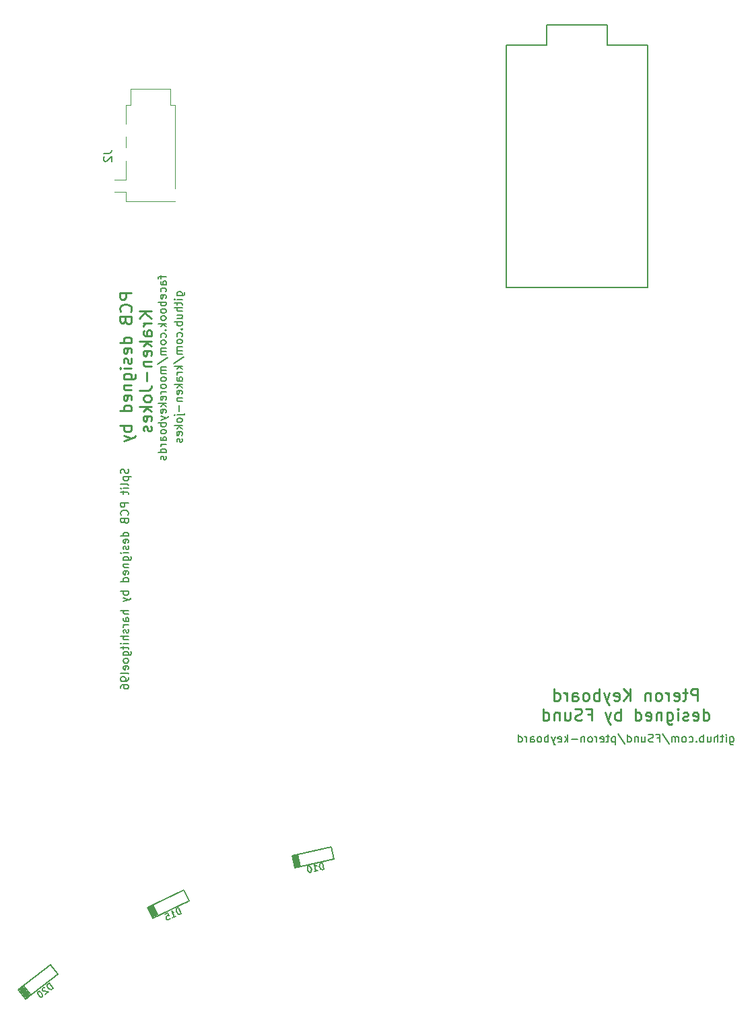
<source format=gbr>
%TF.GenerationSoftware,KiCad,Pcbnew,(5.1.7)-1*%
%TF.CreationDate,2021-04-13T00:10:30+05:30*%
%TF.ProjectId,Pteron56v0,50746572-6f6e-4353-9676-302e6b696361,rev?*%
%TF.SameCoordinates,Original*%
%TF.FileFunction,Legend,Bot*%
%TF.FilePolarity,Positive*%
%FSLAX46Y46*%
G04 Gerber Fmt 4.6, Leading zero omitted, Abs format (unit mm)*
G04 Created by KiCad (PCBNEW (5.1.7)-1) date 2021-04-13 00:10:30*
%MOMM*%
%LPD*%
G01*
G04 APERTURE LIST*
%ADD10C,0.250000*%
%ADD11C,0.150000*%
%ADD12C,0.120000*%
G04 APERTURE END LIST*
D10*
X103568571Y-48471571D02*
X102068571Y-48471571D01*
X102068571Y-49043000D01*
X102140000Y-49185857D01*
X102211428Y-49257285D01*
X102354285Y-49328714D01*
X102568571Y-49328714D01*
X102711428Y-49257285D01*
X102782857Y-49185857D01*
X102854285Y-49043000D01*
X102854285Y-48471571D01*
X103425714Y-50828714D02*
X103497142Y-50757285D01*
X103568571Y-50543000D01*
X103568571Y-50400142D01*
X103497142Y-50185857D01*
X103354285Y-50043000D01*
X103211428Y-49971571D01*
X102925714Y-49900142D01*
X102711428Y-49900142D01*
X102425714Y-49971571D01*
X102282857Y-50043000D01*
X102140000Y-50185857D01*
X102068571Y-50400142D01*
X102068571Y-50543000D01*
X102140000Y-50757285D01*
X102211428Y-50828714D01*
X102782857Y-51971571D02*
X102854285Y-52185857D01*
X102925714Y-52257285D01*
X103068571Y-52328714D01*
X103282857Y-52328714D01*
X103425714Y-52257285D01*
X103497142Y-52185857D01*
X103568571Y-52043000D01*
X103568571Y-51471571D01*
X102068571Y-51471571D01*
X102068571Y-51971571D01*
X102140000Y-52114428D01*
X102211428Y-52185857D01*
X102354285Y-52257285D01*
X102497142Y-52257285D01*
X102640000Y-52185857D01*
X102711428Y-52114428D01*
X102782857Y-51971571D01*
X102782857Y-51471571D01*
X103568571Y-54757285D02*
X102068571Y-54757285D01*
X103497142Y-54757285D02*
X103568571Y-54614428D01*
X103568571Y-54328714D01*
X103497142Y-54185857D01*
X103425714Y-54114428D01*
X103282857Y-54043000D01*
X102854285Y-54043000D01*
X102711428Y-54114428D01*
X102640000Y-54185857D01*
X102568571Y-54328714D01*
X102568571Y-54614428D01*
X102640000Y-54757285D01*
X103497142Y-56043000D02*
X103568571Y-55900142D01*
X103568571Y-55614428D01*
X103497142Y-55471571D01*
X103354285Y-55400142D01*
X102782857Y-55400142D01*
X102640000Y-55471571D01*
X102568571Y-55614428D01*
X102568571Y-55900142D01*
X102640000Y-56043000D01*
X102782857Y-56114428D01*
X102925714Y-56114428D01*
X103068571Y-55400142D01*
X103497142Y-56685857D02*
X103568571Y-56828714D01*
X103568571Y-57114428D01*
X103497142Y-57257285D01*
X103354285Y-57328714D01*
X103282857Y-57328714D01*
X103140000Y-57257285D01*
X103068571Y-57114428D01*
X103068571Y-56900142D01*
X102997142Y-56757285D01*
X102854285Y-56685857D01*
X102782857Y-56685857D01*
X102640000Y-56757285D01*
X102568571Y-56900142D01*
X102568571Y-57114428D01*
X102640000Y-57257285D01*
X103568571Y-57971571D02*
X102568571Y-57971571D01*
X102068571Y-57971571D02*
X102140000Y-57900142D01*
X102211428Y-57971571D01*
X102140000Y-58043000D01*
X102068571Y-57971571D01*
X102211428Y-57971571D01*
X102568571Y-59328714D02*
X103782857Y-59328714D01*
X103925714Y-59257285D01*
X103997142Y-59185857D01*
X104068571Y-59043000D01*
X104068571Y-58828714D01*
X103997142Y-58685857D01*
X103497142Y-59328714D02*
X103568571Y-59185857D01*
X103568571Y-58900142D01*
X103497142Y-58757285D01*
X103425714Y-58685857D01*
X103282857Y-58614428D01*
X102854285Y-58614428D01*
X102711428Y-58685857D01*
X102640000Y-58757285D01*
X102568571Y-58900142D01*
X102568571Y-59185857D01*
X102640000Y-59328714D01*
X102568571Y-60043000D02*
X103568571Y-60043000D01*
X102711428Y-60043000D02*
X102640000Y-60114428D01*
X102568571Y-60257285D01*
X102568571Y-60471571D01*
X102640000Y-60614428D01*
X102782857Y-60685857D01*
X103568571Y-60685857D01*
X103497142Y-61971571D02*
X103568571Y-61828714D01*
X103568571Y-61543000D01*
X103497142Y-61400142D01*
X103354285Y-61328714D01*
X102782857Y-61328714D01*
X102640000Y-61400142D01*
X102568571Y-61543000D01*
X102568571Y-61828714D01*
X102640000Y-61971571D01*
X102782857Y-62043000D01*
X102925714Y-62043000D01*
X103068571Y-61328714D01*
X103568571Y-63328714D02*
X102068571Y-63328714D01*
X103497142Y-63328714D02*
X103568571Y-63185857D01*
X103568571Y-62900142D01*
X103497142Y-62757285D01*
X103425714Y-62685857D01*
X103282857Y-62614428D01*
X102854285Y-62614428D01*
X102711428Y-62685857D01*
X102640000Y-62757285D01*
X102568571Y-62900142D01*
X102568571Y-63185857D01*
X102640000Y-63328714D01*
X103568571Y-65185857D02*
X102068571Y-65185857D01*
X102640000Y-65185857D02*
X102568571Y-65328714D01*
X102568571Y-65614428D01*
X102640000Y-65757285D01*
X102711428Y-65828714D01*
X102854285Y-65900142D01*
X103282857Y-65900142D01*
X103425714Y-65828714D01*
X103497142Y-65757285D01*
X103568571Y-65614428D01*
X103568571Y-65328714D01*
X103497142Y-65185857D01*
X102568571Y-66400142D02*
X103568571Y-66757285D01*
X102568571Y-67114428D02*
X103568571Y-66757285D01*
X103925714Y-66614428D01*
X103997142Y-66543000D01*
X104068571Y-66400142D01*
X106068571Y-50793000D02*
X104568571Y-50793000D01*
X106068571Y-51650142D02*
X105211428Y-51007285D01*
X104568571Y-51650142D02*
X105425714Y-50793000D01*
X106068571Y-52293000D02*
X105068571Y-52293000D01*
X105354285Y-52293000D02*
X105211428Y-52364428D01*
X105140000Y-52435857D01*
X105068571Y-52578714D01*
X105068571Y-52721571D01*
X106068571Y-53864428D02*
X105282857Y-53864428D01*
X105140000Y-53793000D01*
X105068571Y-53650142D01*
X105068571Y-53364428D01*
X105140000Y-53221571D01*
X105997142Y-53864428D02*
X106068571Y-53721571D01*
X106068571Y-53364428D01*
X105997142Y-53221571D01*
X105854285Y-53150142D01*
X105711428Y-53150142D01*
X105568571Y-53221571D01*
X105497142Y-53364428D01*
X105497142Y-53721571D01*
X105425714Y-53864428D01*
X106068571Y-54578714D02*
X104568571Y-54578714D01*
X105497142Y-54721571D02*
X106068571Y-55150142D01*
X105068571Y-55150142D02*
X105640000Y-54578714D01*
X105997142Y-56364428D02*
X106068571Y-56221571D01*
X106068571Y-55935857D01*
X105997142Y-55793000D01*
X105854285Y-55721571D01*
X105282857Y-55721571D01*
X105140000Y-55793000D01*
X105068571Y-55935857D01*
X105068571Y-56221571D01*
X105140000Y-56364428D01*
X105282857Y-56435857D01*
X105425714Y-56435857D01*
X105568571Y-55721571D01*
X105068571Y-57078714D02*
X106068571Y-57078714D01*
X105211428Y-57078714D02*
X105140000Y-57150142D01*
X105068571Y-57293000D01*
X105068571Y-57507285D01*
X105140000Y-57650142D01*
X105282857Y-57721571D01*
X106068571Y-57721571D01*
X105497142Y-58435857D02*
X105497142Y-59578714D01*
X104568571Y-60721571D02*
X105640000Y-60721571D01*
X105854285Y-60650142D01*
X105997142Y-60507285D01*
X106068571Y-60293000D01*
X106068571Y-60150142D01*
X106068571Y-61650142D02*
X105997142Y-61507285D01*
X105925714Y-61435857D01*
X105782857Y-61364428D01*
X105354285Y-61364428D01*
X105211428Y-61435857D01*
X105140000Y-61507285D01*
X105068571Y-61650142D01*
X105068571Y-61864428D01*
X105140000Y-62007285D01*
X105211428Y-62078714D01*
X105354285Y-62150142D01*
X105782857Y-62150142D01*
X105925714Y-62078714D01*
X105997142Y-62007285D01*
X106068571Y-61864428D01*
X106068571Y-61650142D01*
X106068571Y-62793000D02*
X104568571Y-62793000D01*
X105497142Y-62935857D02*
X106068571Y-63364428D01*
X105068571Y-63364428D02*
X105640000Y-62793000D01*
X105997142Y-64578714D02*
X106068571Y-64435857D01*
X106068571Y-64150142D01*
X105997142Y-64007285D01*
X105854285Y-63935857D01*
X105282857Y-63935857D01*
X105140000Y-64007285D01*
X105068571Y-64150142D01*
X105068571Y-64435857D01*
X105140000Y-64578714D01*
X105282857Y-64650142D01*
X105425714Y-64650142D01*
X105568571Y-63935857D01*
X105997142Y-65221571D02*
X106068571Y-65364428D01*
X106068571Y-65650142D01*
X105997142Y-65793000D01*
X105854285Y-65864428D01*
X105782857Y-65864428D01*
X105640000Y-65793000D01*
X105568571Y-65650142D01*
X105568571Y-65435857D01*
X105497142Y-65293000D01*
X105354285Y-65221571D01*
X105282857Y-65221571D01*
X105140000Y-65293000D01*
X105068571Y-65435857D01*
X105068571Y-65650142D01*
X105140000Y-65793000D01*
D11*
X103147761Y-70621666D02*
X103195380Y-70764523D01*
X103195380Y-71002619D01*
X103147761Y-71097857D01*
X103100142Y-71145476D01*
X103004904Y-71193095D01*
X102909666Y-71193095D01*
X102814428Y-71145476D01*
X102766809Y-71097857D01*
X102719190Y-71002619D01*
X102671571Y-70812142D01*
X102623952Y-70716904D01*
X102576333Y-70669285D01*
X102481095Y-70621666D01*
X102385857Y-70621666D01*
X102290619Y-70669285D01*
X102243000Y-70716904D01*
X102195380Y-70812142D01*
X102195380Y-71050238D01*
X102243000Y-71193095D01*
X102528714Y-71621666D02*
X103528714Y-71621666D01*
X102576333Y-71621666D02*
X102528714Y-71716904D01*
X102528714Y-71907380D01*
X102576333Y-72002619D01*
X102623952Y-72050238D01*
X102719190Y-72097857D01*
X103004904Y-72097857D01*
X103100142Y-72050238D01*
X103147761Y-72002619D01*
X103195380Y-71907380D01*
X103195380Y-71716904D01*
X103147761Y-71621666D01*
X103195380Y-72669285D02*
X103147761Y-72574047D01*
X103052523Y-72526428D01*
X102195380Y-72526428D01*
X103195380Y-73050238D02*
X102528714Y-73050238D01*
X102195380Y-73050238D02*
X102243000Y-73002619D01*
X102290619Y-73050238D01*
X102243000Y-73097857D01*
X102195380Y-73050238D01*
X102290619Y-73050238D01*
X102528714Y-73383571D02*
X102528714Y-73764523D01*
X102195380Y-73526428D02*
X103052523Y-73526428D01*
X103147761Y-73574047D01*
X103195380Y-73669285D01*
X103195380Y-73764523D01*
X103195380Y-74859761D02*
X102195380Y-74859761D01*
X102195380Y-75240714D01*
X102243000Y-75335952D01*
X102290619Y-75383571D01*
X102385857Y-75431190D01*
X102528714Y-75431190D01*
X102623952Y-75383571D01*
X102671571Y-75335952D01*
X102719190Y-75240714D01*
X102719190Y-74859761D01*
X103100142Y-76431190D02*
X103147761Y-76383571D01*
X103195380Y-76240714D01*
X103195380Y-76145476D01*
X103147761Y-76002619D01*
X103052523Y-75907380D01*
X102957285Y-75859761D01*
X102766809Y-75812142D01*
X102623952Y-75812142D01*
X102433476Y-75859761D01*
X102338238Y-75907380D01*
X102243000Y-76002619D01*
X102195380Y-76145476D01*
X102195380Y-76240714D01*
X102243000Y-76383571D01*
X102290619Y-76431190D01*
X102671571Y-77193095D02*
X102719190Y-77335952D01*
X102766809Y-77383571D01*
X102862047Y-77431190D01*
X103004904Y-77431190D01*
X103100142Y-77383571D01*
X103147761Y-77335952D01*
X103195380Y-77240714D01*
X103195380Y-76859761D01*
X102195380Y-76859761D01*
X102195380Y-77193095D01*
X102243000Y-77288333D01*
X102290619Y-77335952D01*
X102385857Y-77383571D01*
X102481095Y-77383571D01*
X102576333Y-77335952D01*
X102623952Y-77288333D01*
X102671571Y-77193095D01*
X102671571Y-76859761D01*
X103195380Y-79050238D02*
X102195380Y-79050238D01*
X103147761Y-79050238D02*
X103195380Y-78954999D01*
X103195380Y-78764523D01*
X103147761Y-78669285D01*
X103100142Y-78621666D01*
X103004904Y-78574047D01*
X102719190Y-78574047D01*
X102623952Y-78621666D01*
X102576333Y-78669285D01*
X102528714Y-78764523D01*
X102528714Y-78954999D01*
X102576333Y-79050238D01*
X103147761Y-79907380D02*
X103195380Y-79812142D01*
X103195380Y-79621666D01*
X103147761Y-79526428D01*
X103052523Y-79478809D01*
X102671571Y-79478809D01*
X102576333Y-79526428D01*
X102528714Y-79621666D01*
X102528714Y-79812142D01*
X102576333Y-79907380D01*
X102671571Y-79954999D01*
X102766809Y-79954999D01*
X102862047Y-79478809D01*
X103147761Y-80335952D02*
X103195380Y-80431190D01*
X103195380Y-80621666D01*
X103147761Y-80716904D01*
X103052523Y-80764523D01*
X103004904Y-80764523D01*
X102909666Y-80716904D01*
X102862047Y-80621666D01*
X102862047Y-80478809D01*
X102814428Y-80383571D01*
X102719190Y-80335952D01*
X102671571Y-80335952D01*
X102576333Y-80383571D01*
X102528714Y-80478809D01*
X102528714Y-80621666D01*
X102576333Y-80716904D01*
X103195380Y-81193095D02*
X102528714Y-81193095D01*
X102195380Y-81193095D02*
X102243000Y-81145476D01*
X102290619Y-81193095D01*
X102243000Y-81240714D01*
X102195380Y-81193095D01*
X102290619Y-81193095D01*
X102528714Y-82097857D02*
X103338238Y-82097857D01*
X103433476Y-82050238D01*
X103481095Y-82002619D01*
X103528714Y-81907380D01*
X103528714Y-81764523D01*
X103481095Y-81669285D01*
X103147761Y-82097857D02*
X103195380Y-82002619D01*
X103195380Y-81812142D01*
X103147761Y-81716904D01*
X103100142Y-81669285D01*
X103004904Y-81621666D01*
X102719190Y-81621666D01*
X102623952Y-81669285D01*
X102576333Y-81716904D01*
X102528714Y-81812142D01*
X102528714Y-82002619D01*
X102576333Y-82097857D01*
X102528714Y-82574047D02*
X103195380Y-82574047D01*
X102623952Y-82574047D02*
X102576333Y-82621666D01*
X102528714Y-82716904D01*
X102528714Y-82859761D01*
X102576333Y-82954999D01*
X102671571Y-83002619D01*
X103195380Y-83002619D01*
X103147761Y-83859761D02*
X103195380Y-83764523D01*
X103195380Y-83574047D01*
X103147761Y-83478809D01*
X103052523Y-83431190D01*
X102671571Y-83431190D01*
X102576333Y-83478809D01*
X102528714Y-83574047D01*
X102528714Y-83764523D01*
X102576333Y-83859761D01*
X102671571Y-83907380D01*
X102766809Y-83907380D01*
X102862047Y-83431190D01*
X103195380Y-84764523D02*
X102195380Y-84764523D01*
X103147761Y-84764523D02*
X103195380Y-84669285D01*
X103195380Y-84478809D01*
X103147761Y-84383571D01*
X103100142Y-84335952D01*
X103004904Y-84288333D01*
X102719190Y-84288333D01*
X102623952Y-84335952D01*
X102576333Y-84383571D01*
X102528714Y-84478809D01*
X102528714Y-84669285D01*
X102576333Y-84764523D01*
X103195380Y-86002619D02*
X102195380Y-86002619D01*
X102576333Y-86002619D02*
X102528714Y-86097857D01*
X102528714Y-86288333D01*
X102576333Y-86383571D01*
X102623952Y-86431190D01*
X102719190Y-86478809D01*
X103004904Y-86478809D01*
X103100142Y-86431190D01*
X103147761Y-86383571D01*
X103195380Y-86288333D01*
X103195380Y-86097857D01*
X103147761Y-86002619D01*
X102528714Y-86812142D02*
X103195380Y-87050238D01*
X102528714Y-87288333D02*
X103195380Y-87050238D01*
X103433476Y-86954999D01*
X103481095Y-86907380D01*
X103528714Y-86812142D01*
X103195380Y-88431190D02*
X102195380Y-88431190D01*
X103195380Y-88859761D02*
X102671571Y-88859761D01*
X102576333Y-88812142D01*
X102528714Y-88716904D01*
X102528714Y-88574047D01*
X102576333Y-88478809D01*
X102623952Y-88431190D01*
X103195380Y-89764523D02*
X102671571Y-89764523D01*
X102576333Y-89716904D01*
X102528714Y-89621666D01*
X102528714Y-89431190D01*
X102576333Y-89335952D01*
X103147761Y-89764523D02*
X103195380Y-89669285D01*
X103195380Y-89431190D01*
X103147761Y-89335952D01*
X103052523Y-89288333D01*
X102957285Y-89288333D01*
X102862047Y-89335952D01*
X102814428Y-89431190D01*
X102814428Y-89669285D01*
X102766809Y-89764523D01*
X103195380Y-90240714D02*
X102528714Y-90240714D01*
X102719190Y-90240714D02*
X102623952Y-90288333D01*
X102576333Y-90335952D01*
X102528714Y-90431190D01*
X102528714Y-90526428D01*
X103147761Y-90812142D02*
X103195380Y-90907380D01*
X103195380Y-91097857D01*
X103147761Y-91193095D01*
X103052523Y-91240714D01*
X103004904Y-91240714D01*
X102909666Y-91193095D01*
X102862047Y-91097857D01*
X102862047Y-90954999D01*
X102814428Y-90859761D01*
X102719190Y-90812142D01*
X102671571Y-90812142D01*
X102576333Y-90859761D01*
X102528714Y-90954999D01*
X102528714Y-91097857D01*
X102576333Y-91193095D01*
X103195380Y-91669285D02*
X102195380Y-91669285D01*
X103195380Y-92097857D02*
X102671571Y-92097857D01*
X102576333Y-92050238D01*
X102528714Y-91954999D01*
X102528714Y-91812142D01*
X102576333Y-91716904D01*
X102623952Y-91669285D01*
X103195380Y-92574047D02*
X102528714Y-92574047D01*
X102195380Y-92574047D02*
X102243000Y-92526428D01*
X102290619Y-92574047D01*
X102243000Y-92621666D01*
X102195380Y-92574047D01*
X102290619Y-92574047D01*
X102528714Y-92907380D02*
X102528714Y-93288333D01*
X102195380Y-93050238D02*
X103052523Y-93050238D01*
X103147761Y-93097857D01*
X103195380Y-93193095D01*
X103195380Y-93288333D01*
X102528714Y-94050238D02*
X103338238Y-94050238D01*
X103433476Y-94002619D01*
X103481095Y-93954999D01*
X103528714Y-93859761D01*
X103528714Y-93716904D01*
X103481095Y-93621666D01*
X103147761Y-94050238D02*
X103195380Y-93954999D01*
X103195380Y-93764523D01*
X103147761Y-93669285D01*
X103100142Y-93621666D01*
X103004904Y-93574047D01*
X102719190Y-93574047D01*
X102623952Y-93621666D01*
X102576333Y-93669285D01*
X102528714Y-93764523D01*
X102528714Y-93954999D01*
X102576333Y-94050238D01*
X103195380Y-94669285D02*
X103147761Y-94574047D01*
X103100142Y-94526428D01*
X103004904Y-94478809D01*
X102719190Y-94478809D01*
X102623952Y-94526428D01*
X102576333Y-94574047D01*
X102528714Y-94669285D01*
X102528714Y-94812142D01*
X102576333Y-94907380D01*
X102623952Y-94954999D01*
X102719190Y-95002619D01*
X103004904Y-95002619D01*
X103100142Y-94954999D01*
X103147761Y-94907380D01*
X103195380Y-94812142D01*
X103195380Y-94669285D01*
X103147761Y-95812142D02*
X103195380Y-95716904D01*
X103195380Y-95526428D01*
X103147761Y-95431190D01*
X103052523Y-95383571D01*
X102671571Y-95383571D01*
X102576333Y-95431190D01*
X102528714Y-95526428D01*
X102528714Y-95716904D01*
X102576333Y-95812142D01*
X102671571Y-95859761D01*
X102766809Y-95859761D01*
X102862047Y-95383571D01*
X103195380Y-96431190D02*
X103147761Y-96335952D01*
X103052523Y-96288333D01*
X102195380Y-96288333D01*
X103195380Y-96859761D02*
X103195380Y-97050238D01*
X103147761Y-97145476D01*
X103100142Y-97193095D01*
X102957285Y-97288333D01*
X102766809Y-97335952D01*
X102385857Y-97335952D01*
X102290619Y-97288333D01*
X102243000Y-97240714D01*
X102195380Y-97145476D01*
X102195380Y-96954999D01*
X102243000Y-96859761D01*
X102290619Y-96812142D01*
X102385857Y-96764523D01*
X102623952Y-96764523D01*
X102719190Y-96812142D01*
X102766809Y-96859761D01*
X102814428Y-96954999D01*
X102814428Y-97145476D01*
X102766809Y-97240714D01*
X102719190Y-97288333D01*
X102623952Y-97335952D01*
X102195380Y-98193095D02*
X102195380Y-98002619D01*
X102243000Y-97907380D01*
X102290619Y-97859761D01*
X102433476Y-97764523D01*
X102623952Y-97716904D01*
X103004904Y-97716904D01*
X103100142Y-97764523D01*
X103147761Y-97812142D01*
X103195380Y-97907380D01*
X103195380Y-98097857D01*
X103147761Y-98193095D01*
X103100142Y-98240714D01*
X103004904Y-98288333D01*
X102766809Y-98288333D01*
X102671571Y-98240714D01*
X102623952Y-98193095D01*
X102576333Y-98097857D01*
X102576333Y-97907380D01*
X102623952Y-97812142D01*
X102671571Y-97764523D01*
X102766809Y-97716904D01*
D10*
X174735000Y-99758571D02*
X174735000Y-98258571D01*
X174163571Y-98258571D01*
X174020714Y-98330000D01*
X173949285Y-98401428D01*
X173877857Y-98544285D01*
X173877857Y-98758571D01*
X173949285Y-98901428D01*
X174020714Y-98972857D01*
X174163571Y-99044285D01*
X174735000Y-99044285D01*
X173449285Y-98758571D02*
X172877857Y-98758571D01*
X173235000Y-98258571D02*
X173235000Y-99544285D01*
X173163571Y-99687142D01*
X173020714Y-99758571D01*
X172877857Y-99758571D01*
X171806428Y-99687142D02*
X171949285Y-99758571D01*
X172235000Y-99758571D01*
X172377857Y-99687142D01*
X172449285Y-99544285D01*
X172449285Y-98972857D01*
X172377857Y-98830000D01*
X172235000Y-98758571D01*
X171949285Y-98758571D01*
X171806428Y-98830000D01*
X171735000Y-98972857D01*
X171735000Y-99115714D01*
X172449285Y-99258571D01*
X171092142Y-99758571D02*
X171092142Y-98758571D01*
X171092142Y-99044285D02*
X171020714Y-98901428D01*
X170949285Y-98830000D01*
X170806428Y-98758571D01*
X170663571Y-98758571D01*
X169949285Y-99758571D02*
X170092142Y-99687142D01*
X170163571Y-99615714D01*
X170235000Y-99472857D01*
X170235000Y-99044285D01*
X170163571Y-98901428D01*
X170092142Y-98830000D01*
X169949285Y-98758571D01*
X169735000Y-98758571D01*
X169592142Y-98830000D01*
X169520714Y-98901428D01*
X169449285Y-99044285D01*
X169449285Y-99472857D01*
X169520714Y-99615714D01*
X169592142Y-99687142D01*
X169735000Y-99758571D01*
X169949285Y-99758571D01*
X168806428Y-98758571D02*
X168806428Y-99758571D01*
X168806428Y-98901428D02*
X168735000Y-98830000D01*
X168592142Y-98758571D01*
X168377857Y-98758571D01*
X168235000Y-98830000D01*
X168163571Y-98972857D01*
X168163571Y-99758571D01*
X166306428Y-99758571D02*
X166306428Y-98258571D01*
X165449285Y-99758571D02*
X166092142Y-98901428D01*
X165449285Y-98258571D02*
X166306428Y-99115714D01*
X164235000Y-99687142D02*
X164377857Y-99758571D01*
X164663571Y-99758571D01*
X164806428Y-99687142D01*
X164877857Y-99544285D01*
X164877857Y-98972857D01*
X164806428Y-98830000D01*
X164663571Y-98758571D01*
X164377857Y-98758571D01*
X164235000Y-98830000D01*
X164163571Y-98972857D01*
X164163571Y-99115714D01*
X164877857Y-99258571D01*
X163663571Y-98758571D02*
X163306428Y-99758571D01*
X162949285Y-98758571D02*
X163306428Y-99758571D01*
X163449285Y-100115714D01*
X163520714Y-100187142D01*
X163663571Y-100258571D01*
X162377857Y-99758571D02*
X162377857Y-98258571D01*
X162377857Y-98830000D02*
X162235000Y-98758571D01*
X161949285Y-98758571D01*
X161806428Y-98830000D01*
X161735000Y-98901428D01*
X161663571Y-99044285D01*
X161663571Y-99472857D01*
X161735000Y-99615714D01*
X161806428Y-99687142D01*
X161949285Y-99758571D01*
X162235000Y-99758571D01*
X162377857Y-99687142D01*
X160806428Y-99758571D02*
X160949285Y-99687142D01*
X161020714Y-99615714D01*
X161092142Y-99472857D01*
X161092142Y-99044285D01*
X161020714Y-98901428D01*
X160949285Y-98830000D01*
X160806428Y-98758571D01*
X160592142Y-98758571D01*
X160449285Y-98830000D01*
X160377857Y-98901428D01*
X160306428Y-99044285D01*
X160306428Y-99472857D01*
X160377857Y-99615714D01*
X160449285Y-99687142D01*
X160592142Y-99758571D01*
X160806428Y-99758571D01*
X159020714Y-99758571D02*
X159020714Y-98972857D01*
X159092142Y-98830000D01*
X159235000Y-98758571D01*
X159520714Y-98758571D01*
X159663571Y-98830000D01*
X159020714Y-99687142D02*
X159163571Y-99758571D01*
X159520714Y-99758571D01*
X159663571Y-99687142D01*
X159735000Y-99544285D01*
X159735000Y-99401428D01*
X159663571Y-99258571D01*
X159520714Y-99187142D01*
X159163571Y-99187142D01*
X159020714Y-99115714D01*
X158306428Y-99758571D02*
X158306428Y-98758571D01*
X158306428Y-99044285D02*
X158235000Y-98901428D01*
X158163571Y-98830000D01*
X158020714Y-98758571D01*
X157877857Y-98758571D01*
X156735000Y-99758571D02*
X156735000Y-98258571D01*
X156735000Y-99687142D02*
X156877857Y-99758571D01*
X157163571Y-99758571D01*
X157306428Y-99687142D01*
X157377857Y-99615714D01*
X157449285Y-99472857D01*
X157449285Y-99044285D01*
X157377857Y-98901428D01*
X157306428Y-98830000D01*
X157163571Y-98758571D01*
X156877857Y-98758571D01*
X156735000Y-98830000D01*
X175485000Y-102258571D02*
X175485000Y-100758571D01*
X175485000Y-102187142D02*
X175627857Y-102258571D01*
X175913571Y-102258571D01*
X176056428Y-102187142D01*
X176127857Y-102115714D01*
X176199285Y-101972857D01*
X176199285Y-101544285D01*
X176127857Y-101401428D01*
X176056428Y-101330000D01*
X175913571Y-101258571D01*
X175627857Y-101258571D01*
X175485000Y-101330000D01*
X174199285Y-102187142D02*
X174342142Y-102258571D01*
X174627857Y-102258571D01*
X174770714Y-102187142D01*
X174842142Y-102044285D01*
X174842142Y-101472857D01*
X174770714Y-101330000D01*
X174627857Y-101258571D01*
X174342142Y-101258571D01*
X174199285Y-101330000D01*
X174127857Y-101472857D01*
X174127857Y-101615714D01*
X174842142Y-101758571D01*
X173556428Y-102187142D02*
X173413571Y-102258571D01*
X173127857Y-102258571D01*
X172985000Y-102187142D01*
X172913571Y-102044285D01*
X172913571Y-101972857D01*
X172985000Y-101830000D01*
X173127857Y-101758571D01*
X173342142Y-101758571D01*
X173485000Y-101687142D01*
X173556428Y-101544285D01*
X173556428Y-101472857D01*
X173485000Y-101330000D01*
X173342142Y-101258571D01*
X173127857Y-101258571D01*
X172985000Y-101330000D01*
X172270714Y-102258571D02*
X172270714Y-101258571D01*
X172270714Y-100758571D02*
X172342142Y-100830000D01*
X172270714Y-100901428D01*
X172199285Y-100830000D01*
X172270714Y-100758571D01*
X172270714Y-100901428D01*
X170913571Y-101258571D02*
X170913571Y-102472857D01*
X170985000Y-102615714D01*
X171056428Y-102687142D01*
X171199285Y-102758571D01*
X171413571Y-102758571D01*
X171556428Y-102687142D01*
X170913571Y-102187142D02*
X171056428Y-102258571D01*
X171342142Y-102258571D01*
X171485000Y-102187142D01*
X171556428Y-102115714D01*
X171627857Y-101972857D01*
X171627857Y-101544285D01*
X171556428Y-101401428D01*
X171485000Y-101330000D01*
X171342142Y-101258571D01*
X171056428Y-101258571D01*
X170913571Y-101330000D01*
X170199285Y-101258571D02*
X170199285Y-102258571D01*
X170199285Y-101401428D02*
X170127857Y-101330000D01*
X169985000Y-101258571D01*
X169770714Y-101258571D01*
X169627857Y-101330000D01*
X169556428Y-101472857D01*
X169556428Y-102258571D01*
X168270714Y-102187142D02*
X168413571Y-102258571D01*
X168699285Y-102258571D01*
X168842142Y-102187142D01*
X168913571Y-102044285D01*
X168913571Y-101472857D01*
X168842142Y-101330000D01*
X168699285Y-101258571D01*
X168413571Y-101258571D01*
X168270714Y-101330000D01*
X168199285Y-101472857D01*
X168199285Y-101615714D01*
X168913571Y-101758571D01*
X166913571Y-102258571D02*
X166913571Y-100758571D01*
X166913571Y-102187142D02*
X167056428Y-102258571D01*
X167342142Y-102258571D01*
X167485000Y-102187142D01*
X167556428Y-102115714D01*
X167627857Y-101972857D01*
X167627857Y-101544285D01*
X167556428Y-101401428D01*
X167485000Y-101330000D01*
X167342142Y-101258571D01*
X167056428Y-101258571D01*
X166913571Y-101330000D01*
X165056428Y-102258571D02*
X165056428Y-100758571D01*
X165056428Y-101330000D02*
X164913571Y-101258571D01*
X164627857Y-101258571D01*
X164485000Y-101330000D01*
X164413571Y-101401428D01*
X164342142Y-101544285D01*
X164342142Y-101972857D01*
X164413571Y-102115714D01*
X164485000Y-102187142D01*
X164627857Y-102258571D01*
X164913571Y-102258571D01*
X165056428Y-102187142D01*
X163842142Y-101258571D02*
X163485000Y-102258571D01*
X163127857Y-101258571D02*
X163485000Y-102258571D01*
X163627857Y-102615714D01*
X163699285Y-102687142D01*
X163842142Y-102758571D01*
X160913571Y-101472857D02*
X161413571Y-101472857D01*
X161413571Y-102258571D02*
X161413571Y-100758571D01*
X160699285Y-100758571D01*
X160199285Y-102187142D02*
X159985000Y-102258571D01*
X159627857Y-102258571D01*
X159485000Y-102187142D01*
X159413571Y-102115714D01*
X159342142Y-101972857D01*
X159342142Y-101830000D01*
X159413571Y-101687142D01*
X159485000Y-101615714D01*
X159627857Y-101544285D01*
X159913571Y-101472857D01*
X160056428Y-101401428D01*
X160127857Y-101330000D01*
X160199285Y-101187142D01*
X160199285Y-101044285D01*
X160127857Y-100901428D01*
X160056428Y-100830000D01*
X159913571Y-100758571D01*
X159556428Y-100758571D01*
X159342142Y-100830000D01*
X158056428Y-101258571D02*
X158056428Y-102258571D01*
X158699285Y-101258571D02*
X158699285Y-102044285D01*
X158627857Y-102187142D01*
X158485000Y-102258571D01*
X158270714Y-102258571D01*
X158127857Y-102187142D01*
X158056428Y-102115714D01*
X157342142Y-101258571D02*
X157342142Y-102258571D01*
X157342142Y-101401428D02*
X157270714Y-101330000D01*
X157127857Y-101258571D01*
X156913571Y-101258571D01*
X156770714Y-101330000D01*
X156699285Y-101472857D01*
X156699285Y-102258571D01*
X155342142Y-102258571D02*
X155342142Y-100758571D01*
X155342142Y-102187142D02*
X155485000Y-102258571D01*
X155770714Y-102258571D01*
X155913571Y-102187142D01*
X155985000Y-102115714D01*
X156056428Y-101972857D01*
X156056428Y-101544285D01*
X155985000Y-101401428D01*
X155913571Y-101330000D01*
X155770714Y-101258571D01*
X155485000Y-101258571D01*
X155342142Y-101330000D01*
D11*
X109259714Y-48808809D02*
X110069238Y-48808809D01*
X110164476Y-48761190D01*
X110212095Y-48713571D01*
X110259714Y-48618333D01*
X110259714Y-48475476D01*
X110212095Y-48380238D01*
X109878761Y-48808809D02*
X109926380Y-48713571D01*
X109926380Y-48523095D01*
X109878761Y-48427857D01*
X109831142Y-48380238D01*
X109735904Y-48332619D01*
X109450190Y-48332619D01*
X109354952Y-48380238D01*
X109307333Y-48427857D01*
X109259714Y-48523095D01*
X109259714Y-48713571D01*
X109307333Y-48808809D01*
X109926380Y-49285000D02*
X109259714Y-49285000D01*
X108926380Y-49285000D02*
X108974000Y-49237380D01*
X109021619Y-49285000D01*
X108974000Y-49332619D01*
X108926380Y-49285000D01*
X109021619Y-49285000D01*
X109259714Y-49618333D02*
X109259714Y-49999285D01*
X108926380Y-49761190D02*
X109783523Y-49761190D01*
X109878761Y-49808809D01*
X109926380Y-49904047D01*
X109926380Y-49999285D01*
X109926380Y-50332619D02*
X108926380Y-50332619D01*
X109926380Y-50761190D02*
X109402571Y-50761190D01*
X109307333Y-50713571D01*
X109259714Y-50618333D01*
X109259714Y-50475476D01*
X109307333Y-50380238D01*
X109354952Y-50332619D01*
X109259714Y-51665952D02*
X109926380Y-51665952D01*
X109259714Y-51237380D02*
X109783523Y-51237380D01*
X109878761Y-51285000D01*
X109926380Y-51380238D01*
X109926380Y-51523095D01*
X109878761Y-51618333D01*
X109831142Y-51665952D01*
X109926380Y-52142142D02*
X108926380Y-52142142D01*
X109307333Y-52142142D02*
X109259714Y-52237380D01*
X109259714Y-52427857D01*
X109307333Y-52523095D01*
X109354952Y-52570714D01*
X109450190Y-52618333D01*
X109735904Y-52618333D01*
X109831142Y-52570714D01*
X109878761Y-52523095D01*
X109926380Y-52427857D01*
X109926380Y-52237380D01*
X109878761Y-52142142D01*
X109831142Y-53046904D02*
X109878761Y-53094523D01*
X109926380Y-53046904D01*
X109878761Y-52999285D01*
X109831142Y-53046904D01*
X109926380Y-53046904D01*
X109878761Y-53951666D02*
X109926380Y-53856428D01*
X109926380Y-53665952D01*
X109878761Y-53570714D01*
X109831142Y-53523095D01*
X109735904Y-53475476D01*
X109450190Y-53475476D01*
X109354952Y-53523095D01*
X109307333Y-53570714D01*
X109259714Y-53665952D01*
X109259714Y-53856428D01*
X109307333Y-53951666D01*
X109926380Y-54523095D02*
X109878761Y-54427857D01*
X109831142Y-54380238D01*
X109735904Y-54332619D01*
X109450190Y-54332619D01*
X109354952Y-54380238D01*
X109307333Y-54427857D01*
X109259714Y-54523095D01*
X109259714Y-54665952D01*
X109307333Y-54761190D01*
X109354952Y-54808809D01*
X109450190Y-54856428D01*
X109735904Y-54856428D01*
X109831142Y-54808809D01*
X109878761Y-54761190D01*
X109926380Y-54665952D01*
X109926380Y-54523095D01*
X109926380Y-55285000D02*
X109259714Y-55285000D01*
X109354952Y-55285000D02*
X109307333Y-55332619D01*
X109259714Y-55427857D01*
X109259714Y-55570714D01*
X109307333Y-55665952D01*
X109402571Y-55713571D01*
X109926380Y-55713571D01*
X109402571Y-55713571D02*
X109307333Y-55761190D01*
X109259714Y-55856428D01*
X109259714Y-55999285D01*
X109307333Y-56094523D01*
X109402571Y-56142142D01*
X109926380Y-56142142D01*
X108878761Y-57332619D02*
X110164476Y-56475476D01*
X109926380Y-57665952D02*
X108926380Y-57665952D01*
X109545428Y-57761190D02*
X109926380Y-58046904D01*
X109259714Y-58046904D02*
X109640666Y-57665952D01*
X109926380Y-58475476D02*
X109259714Y-58475476D01*
X109450190Y-58475476D02*
X109354952Y-58523095D01*
X109307333Y-58570714D01*
X109259714Y-58665952D01*
X109259714Y-58761190D01*
X109926380Y-59523095D02*
X109402571Y-59523095D01*
X109307333Y-59475476D01*
X109259714Y-59380238D01*
X109259714Y-59189761D01*
X109307333Y-59094523D01*
X109878761Y-59523095D02*
X109926380Y-59427857D01*
X109926380Y-59189761D01*
X109878761Y-59094523D01*
X109783523Y-59046904D01*
X109688285Y-59046904D01*
X109593047Y-59094523D01*
X109545428Y-59189761D01*
X109545428Y-59427857D01*
X109497809Y-59523095D01*
X109926380Y-59999285D02*
X108926380Y-59999285D01*
X109545428Y-60094523D02*
X109926380Y-60380238D01*
X109259714Y-60380238D02*
X109640666Y-59999285D01*
X109878761Y-61189761D02*
X109926380Y-61094523D01*
X109926380Y-60904047D01*
X109878761Y-60808809D01*
X109783523Y-60761190D01*
X109402571Y-60761190D01*
X109307333Y-60808809D01*
X109259714Y-60904047D01*
X109259714Y-61094523D01*
X109307333Y-61189761D01*
X109402571Y-61237380D01*
X109497809Y-61237380D01*
X109593047Y-60761190D01*
X109259714Y-61665952D02*
X109926380Y-61665952D01*
X109354952Y-61665952D02*
X109307333Y-61713571D01*
X109259714Y-61808809D01*
X109259714Y-61951666D01*
X109307333Y-62046904D01*
X109402571Y-62094523D01*
X109926380Y-62094523D01*
X109545428Y-62570714D02*
X109545428Y-63332619D01*
X109259714Y-63808809D02*
X110116857Y-63808809D01*
X110212095Y-63761190D01*
X110259714Y-63665952D01*
X110259714Y-63618333D01*
X108926380Y-63808809D02*
X108974000Y-63761190D01*
X109021619Y-63808809D01*
X108974000Y-63856428D01*
X108926380Y-63808809D01*
X109021619Y-63808809D01*
X109926380Y-64427857D02*
X109878761Y-64332619D01*
X109831142Y-64285000D01*
X109735904Y-64237380D01*
X109450190Y-64237380D01*
X109354952Y-64285000D01*
X109307333Y-64332619D01*
X109259714Y-64427857D01*
X109259714Y-64570714D01*
X109307333Y-64665952D01*
X109354952Y-64713571D01*
X109450190Y-64761190D01*
X109735904Y-64761190D01*
X109831142Y-64713571D01*
X109878761Y-64665952D01*
X109926380Y-64570714D01*
X109926380Y-64427857D01*
X109926380Y-65189761D02*
X108926380Y-65189761D01*
X109545428Y-65285000D02*
X109926380Y-65570714D01*
X109259714Y-65570714D02*
X109640666Y-65189761D01*
X109878761Y-66380238D02*
X109926380Y-66285000D01*
X109926380Y-66094523D01*
X109878761Y-65999285D01*
X109783523Y-65951666D01*
X109402571Y-65951666D01*
X109307333Y-65999285D01*
X109259714Y-66094523D01*
X109259714Y-66285000D01*
X109307333Y-66380238D01*
X109402571Y-66427857D01*
X109497809Y-66427857D01*
X109593047Y-65951666D01*
X109878761Y-66808809D02*
X109926380Y-66904047D01*
X109926380Y-67094523D01*
X109878761Y-67189761D01*
X109783523Y-67237380D01*
X109735904Y-67237380D01*
X109640666Y-67189761D01*
X109593047Y-67094523D01*
X109593047Y-66951666D01*
X109545428Y-66856428D01*
X109450190Y-66808809D01*
X109402571Y-66808809D01*
X109307333Y-66856428D01*
X109259714Y-66951666D01*
X109259714Y-67094523D01*
X109307333Y-67189761D01*
X178830238Y-104306714D02*
X178830238Y-105116238D01*
X178877857Y-105211476D01*
X178925476Y-105259095D01*
X179020714Y-105306714D01*
X179163571Y-105306714D01*
X179258809Y-105259095D01*
X178830238Y-104925761D02*
X178925476Y-104973380D01*
X179115952Y-104973380D01*
X179211190Y-104925761D01*
X179258809Y-104878142D01*
X179306428Y-104782904D01*
X179306428Y-104497190D01*
X179258809Y-104401952D01*
X179211190Y-104354333D01*
X179115952Y-104306714D01*
X178925476Y-104306714D01*
X178830238Y-104354333D01*
X178354047Y-104973380D02*
X178354047Y-104306714D01*
X178354047Y-103973380D02*
X178401666Y-104021000D01*
X178354047Y-104068619D01*
X178306428Y-104021000D01*
X178354047Y-103973380D01*
X178354047Y-104068619D01*
X178020714Y-104306714D02*
X177639761Y-104306714D01*
X177877857Y-103973380D02*
X177877857Y-104830523D01*
X177830238Y-104925761D01*
X177735000Y-104973380D01*
X177639761Y-104973380D01*
X177306428Y-104973380D02*
X177306428Y-103973380D01*
X176877857Y-104973380D02*
X176877857Y-104449571D01*
X176925476Y-104354333D01*
X177020714Y-104306714D01*
X177163571Y-104306714D01*
X177258809Y-104354333D01*
X177306428Y-104401952D01*
X175973095Y-104306714D02*
X175973095Y-104973380D01*
X176401666Y-104306714D02*
X176401666Y-104830523D01*
X176354047Y-104925761D01*
X176258809Y-104973380D01*
X176115952Y-104973380D01*
X176020714Y-104925761D01*
X175973095Y-104878142D01*
X175496904Y-104973380D02*
X175496904Y-103973380D01*
X175496904Y-104354333D02*
X175401666Y-104306714D01*
X175211190Y-104306714D01*
X175115952Y-104354333D01*
X175068333Y-104401952D01*
X175020714Y-104497190D01*
X175020714Y-104782904D01*
X175068333Y-104878142D01*
X175115952Y-104925761D01*
X175211190Y-104973380D01*
X175401666Y-104973380D01*
X175496904Y-104925761D01*
X174592142Y-104878142D02*
X174544523Y-104925761D01*
X174592142Y-104973380D01*
X174639761Y-104925761D01*
X174592142Y-104878142D01*
X174592142Y-104973380D01*
X173687380Y-104925761D02*
X173782619Y-104973380D01*
X173973095Y-104973380D01*
X174068333Y-104925761D01*
X174115952Y-104878142D01*
X174163571Y-104782904D01*
X174163571Y-104497190D01*
X174115952Y-104401952D01*
X174068333Y-104354333D01*
X173973095Y-104306714D01*
X173782619Y-104306714D01*
X173687380Y-104354333D01*
X173115952Y-104973380D02*
X173211190Y-104925761D01*
X173258809Y-104878142D01*
X173306428Y-104782904D01*
X173306428Y-104497190D01*
X173258809Y-104401952D01*
X173211190Y-104354333D01*
X173115952Y-104306714D01*
X172973095Y-104306714D01*
X172877857Y-104354333D01*
X172830238Y-104401952D01*
X172782619Y-104497190D01*
X172782619Y-104782904D01*
X172830238Y-104878142D01*
X172877857Y-104925761D01*
X172973095Y-104973380D01*
X173115952Y-104973380D01*
X172354047Y-104973380D02*
X172354047Y-104306714D01*
X172354047Y-104401952D02*
X172306428Y-104354333D01*
X172211190Y-104306714D01*
X172068333Y-104306714D01*
X171973095Y-104354333D01*
X171925476Y-104449571D01*
X171925476Y-104973380D01*
X171925476Y-104449571D02*
X171877857Y-104354333D01*
X171782619Y-104306714D01*
X171639761Y-104306714D01*
X171544523Y-104354333D01*
X171496904Y-104449571D01*
X171496904Y-104973380D01*
X170306428Y-103925761D02*
X171163571Y-105211476D01*
X169639761Y-104449571D02*
X169973095Y-104449571D01*
X169973095Y-104973380D02*
X169973095Y-103973380D01*
X169496904Y-103973380D01*
X169163571Y-104925761D02*
X169020714Y-104973380D01*
X168782619Y-104973380D01*
X168687380Y-104925761D01*
X168639761Y-104878142D01*
X168592142Y-104782904D01*
X168592142Y-104687666D01*
X168639761Y-104592428D01*
X168687380Y-104544809D01*
X168782619Y-104497190D01*
X168973095Y-104449571D01*
X169068333Y-104401952D01*
X169115952Y-104354333D01*
X169163571Y-104259095D01*
X169163571Y-104163857D01*
X169115952Y-104068619D01*
X169068333Y-104021000D01*
X168973095Y-103973380D01*
X168735000Y-103973380D01*
X168592142Y-104021000D01*
X167735000Y-104306714D02*
X167735000Y-104973380D01*
X168163571Y-104306714D02*
X168163571Y-104830523D01*
X168115952Y-104925761D01*
X168020714Y-104973380D01*
X167877857Y-104973380D01*
X167782619Y-104925761D01*
X167735000Y-104878142D01*
X167258809Y-104306714D02*
X167258809Y-104973380D01*
X167258809Y-104401952D02*
X167211190Y-104354333D01*
X167115952Y-104306714D01*
X166973095Y-104306714D01*
X166877857Y-104354333D01*
X166830238Y-104449571D01*
X166830238Y-104973380D01*
X165925476Y-104973380D02*
X165925476Y-103973380D01*
X165925476Y-104925761D02*
X166020714Y-104973380D01*
X166211190Y-104973380D01*
X166306428Y-104925761D01*
X166354047Y-104878142D01*
X166401666Y-104782904D01*
X166401666Y-104497190D01*
X166354047Y-104401952D01*
X166306428Y-104354333D01*
X166211190Y-104306714D01*
X166020714Y-104306714D01*
X165925476Y-104354333D01*
X164735000Y-103925761D02*
X165592142Y-105211476D01*
X164401666Y-104306714D02*
X164401666Y-105306714D01*
X164401666Y-104354333D02*
X164306428Y-104306714D01*
X164115952Y-104306714D01*
X164020714Y-104354333D01*
X163973095Y-104401952D01*
X163925476Y-104497190D01*
X163925476Y-104782904D01*
X163973095Y-104878142D01*
X164020714Y-104925761D01*
X164115952Y-104973380D01*
X164306428Y-104973380D01*
X164401666Y-104925761D01*
X163639761Y-104306714D02*
X163258809Y-104306714D01*
X163496904Y-103973380D02*
X163496904Y-104830523D01*
X163449285Y-104925761D01*
X163354047Y-104973380D01*
X163258809Y-104973380D01*
X162544523Y-104925761D02*
X162639761Y-104973380D01*
X162830238Y-104973380D01*
X162925476Y-104925761D01*
X162973095Y-104830523D01*
X162973095Y-104449571D01*
X162925476Y-104354333D01*
X162830238Y-104306714D01*
X162639761Y-104306714D01*
X162544523Y-104354333D01*
X162496904Y-104449571D01*
X162496904Y-104544809D01*
X162973095Y-104640047D01*
X162068333Y-104973380D02*
X162068333Y-104306714D01*
X162068333Y-104497190D02*
X162020714Y-104401952D01*
X161973095Y-104354333D01*
X161877857Y-104306714D01*
X161782619Y-104306714D01*
X161306428Y-104973380D02*
X161401666Y-104925761D01*
X161449285Y-104878142D01*
X161496904Y-104782904D01*
X161496904Y-104497190D01*
X161449285Y-104401952D01*
X161401666Y-104354333D01*
X161306428Y-104306714D01*
X161163571Y-104306714D01*
X161068333Y-104354333D01*
X161020714Y-104401952D01*
X160973095Y-104497190D01*
X160973095Y-104782904D01*
X161020714Y-104878142D01*
X161068333Y-104925761D01*
X161163571Y-104973380D01*
X161306428Y-104973380D01*
X160544523Y-104306714D02*
X160544523Y-104973380D01*
X160544523Y-104401952D02*
X160496904Y-104354333D01*
X160401666Y-104306714D01*
X160258809Y-104306714D01*
X160163571Y-104354333D01*
X160115952Y-104449571D01*
X160115952Y-104973380D01*
X159639761Y-104592428D02*
X158877857Y-104592428D01*
X158401666Y-104973380D02*
X158401666Y-103973380D01*
X158306428Y-104592428D02*
X158020714Y-104973380D01*
X158020714Y-104306714D02*
X158401666Y-104687666D01*
X157211190Y-104925761D02*
X157306428Y-104973380D01*
X157496904Y-104973380D01*
X157592142Y-104925761D01*
X157639761Y-104830523D01*
X157639761Y-104449571D01*
X157592142Y-104354333D01*
X157496904Y-104306714D01*
X157306428Y-104306714D01*
X157211190Y-104354333D01*
X157163571Y-104449571D01*
X157163571Y-104544809D01*
X157639761Y-104640047D01*
X156830238Y-104306714D02*
X156592142Y-104973380D01*
X156354047Y-104306714D02*
X156592142Y-104973380D01*
X156687380Y-105211476D01*
X156735000Y-105259095D01*
X156830238Y-105306714D01*
X155973095Y-104973380D02*
X155973095Y-103973380D01*
X155973095Y-104354333D02*
X155877857Y-104306714D01*
X155687380Y-104306714D01*
X155592142Y-104354333D01*
X155544523Y-104401952D01*
X155496904Y-104497190D01*
X155496904Y-104782904D01*
X155544523Y-104878142D01*
X155592142Y-104925761D01*
X155687380Y-104973380D01*
X155877857Y-104973380D01*
X155973095Y-104925761D01*
X154925476Y-104973380D02*
X155020714Y-104925761D01*
X155068333Y-104878142D01*
X155115952Y-104782904D01*
X155115952Y-104497190D01*
X155068333Y-104401952D01*
X155020714Y-104354333D01*
X154925476Y-104306714D01*
X154782619Y-104306714D01*
X154687380Y-104354333D01*
X154639761Y-104401952D01*
X154592142Y-104497190D01*
X154592142Y-104782904D01*
X154639761Y-104878142D01*
X154687380Y-104925761D01*
X154782619Y-104973380D01*
X154925476Y-104973380D01*
X153735000Y-104973380D02*
X153735000Y-104449571D01*
X153782619Y-104354333D01*
X153877857Y-104306714D01*
X154068333Y-104306714D01*
X154163571Y-104354333D01*
X153735000Y-104925761D02*
X153830238Y-104973380D01*
X154068333Y-104973380D01*
X154163571Y-104925761D01*
X154211190Y-104830523D01*
X154211190Y-104735285D01*
X154163571Y-104640047D01*
X154068333Y-104592428D01*
X153830238Y-104592428D01*
X153735000Y-104544809D01*
X153258809Y-104973380D02*
X153258809Y-104306714D01*
X153258809Y-104497190D02*
X153211190Y-104401952D01*
X153163571Y-104354333D01*
X153068333Y-104306714D01*
X152973095Y-104306714D01*
X152211190Y-104973380D02*
X152211190Y-103973380D01*
X152211190Y-104925761D02*
X152306428Y-104973380D01*
X152496904Y-104973380D01*
X152592142Y-104925761D01*
X152639761Y-104878142D01*
X152687380Y-104782904D01*
X152687380Y-104497190D01*
X152639761Y-104401952D01*
X152592142Y-104354333D01*
X152496904Y-104306714D01*
X152306428Y-104306714D01*
X152211190Y-104354333D01*
X107227714Y-46292952D02*
X107227714Y-46673904D01*
X107894380Y-46435809D02*
X107037238Y-46435809D01*
X106942000Y-46483428D01*
X106894380Y-46578666D01*
X106894380Y-46673904D01*
X107894380Y-47435809D02*
X107370571Y-47435809D01*
X107275333Y-47388190D01*
X107227714Y-47292952D01*
X107227714Y-47102476D01*
X107275333Y-47007238D01*
X107846761Y-47435809D02*
X107894380Y-47340571D01*
X107894380Y-47102476D01*
X107846761Y-47007238D01*
X107751523Y-46959619D01*
X107656285Y-46959619D01*
X107561047Y-47007238D01*
X107513428Y-47102476D01*
X107513428Y-47340571D01*
X107465809Y-47435809D01*
X107846761Y-48340571D02*
X107894380Y-48245333D01*
X107894380Y-48054857D01*
X107846761Y-47959619D01*
X107799142Y-47912000D01*
X107703904Y-47864380D01*
X107418190Y-47864380D01*
X107322952Y-47912000D01*
X107275333Y-47959619D01*
X107227714Y-48054857D01*
X107227714Y-48245333D01*
X107275333Y-48340571D01*
X107846761Y-49150095D02*
X107894380Y-49054857D01*
X107894380Y-48864380D01*
X107846761Y-48769142D01*
X107751523Y-48721523D01*
X107370571Y-48721523D01*
X107275333Y-48769142D01*
X107227714Y-48864380D01*
X107227714Y-49054857D01*
X107275333Y-49150095D01*
X107370571Y-49197714D01*
X107465809Y-49197714D01*
X107561047Y-48721523D01*
X107894380Y-49626285D02*
X106894380Y-49626285D01*
X107275333Y-49626285D02*
X107227714Y-49721523D01*
X107227714Y-49912000D01*
X107275333Y-50007238D01*
X107322952Y-50054857D01*
X107418190Y-50102476D01*
X107703904Y-50102476D01*
X107799142Y-50054857D01*
X107846761Y-50007238D01*
X107894380Y-49912000D01*
X107894380Y-49721523D01*
X107846761Y-49626285D01*
X107894380Y-50673904D02*
X107846761Y-50578666D01*
X107799142Y-50531047D01*
X107703904Y-50483428D01*
X107418190Y-50483428D01*
X107322952Y-50531047D01*
X107275333Y-50578666D01*
X107227714Y-50673904D01*
X107227714Y-50816761D01*
X107275333Y-50912000D01*
X107322952Y-50959619D01*
X107418190Y-51007238D01*
X107703904Y-51007238D01*
X107799142Y-50959619D01*
X107846761Y-50912000D01*
X107894380Y-50816761D01*
X107894380Y-50673904D01*
X107894380Y-51578666D02*
X107846761Y-51483428D01*
X107799142Y-51435809D01*
X107703904Y-51388190D01*
X107418190Y-51388190D01*
X107322952Y-51435809D01*
X107275333Y-51483428D01*
X107227714Y-51578666D01*
X107227714Y-51721523D01*
X107275333Y-51816761D01*
X107322952Y-51864380D01*
X107418190Y-51912000D01*
X107703904Y-51912000D01*
X107799142Y-51864380D01*
X107846761Y-51816761D01*
X107894380Y-51721523D01*
X107894380Y-51578666D01*
X107894380Y-52340571D02*
X106894380Y-52340571D01*
X107513428Y-52435809D02*
X107894380Y-52721523D01*
X107227714Y-52721523D02*
X107608666Y-52340571D01*
X107799142Y-53150095D02*
X107846761Y-53197714D01*
X107894380Y-53150095D01*
X107846761Y-53102476D01*
X107799142Y-53150095D01*
X107894380Y-53150095D01*
X107846761Y-54054857D02*
X107894380Y-53959619D01*
X107894380Y-53769142D01*
X107846761Y-53673904D01*
X107799142Y-53626285D01*
X107703904Y-53578666D01*
X107418190Y-53578666D01*
X107322952Y-53626285D01*
X107275333Y-53673904D01*
X107227714Y-53769142D01*
X107227714Y-53959619D01*
X107275333Y-54054857D01*
X107894380Y-54626285D02*
X107846761Y-54531047D01*
X107799142Y-54483428D01*
X107703904Y-54435809D01*
X107418190Y-54435809D01*
X107322952Y-54483428D01*
X107275333Y-54531047D01*
X107227714Y-54626285D01*
X107227714Y-54769142D01*
X107275333Y-54864380D01*
X107322952Y-54911999D01*
X107418190Y-54959619D01*
X107703904Y-54959619D01*
X107799142Y-54911999D01*
X107846761Y-54864380D01*
X107894380Y-54769142D01*
X107894380Y-54626285D01*
X107894380Y-55388190D02*
X107227714Y-55388190D01*
X107322952Y-55388190D02*
X107275333Y-55435809D01*
X107227714Y-55531047D01*
X107227714Y-55673904D01*
X107275333Y-55769142D01*
X107370571Y-55816761D01*
X107894380Y-55816761D01*
X107370571Y-55816761D02*
X107275333Y-55864380D01*
X107227714Y-55959619D01*
X107227714Y-56102476D01*
X107275333Y-56197714D01*
X107370571Y-56245333D01*
X107894380Y-56245333D01*
X106846761Y-57435809D02*
X108132476Y-56578666D01*
X107894380Y-57769142D02*
X107227714Y-57769142D01*
X107322952Y-57769142D02*
X107275333Y-57816761D01*
X107227714Y-57911999D01*
X107227714Y-58054857D01*
X107275333Y-58150095D01*
X107370571Y-58197714D01*
X107894380Y-58197714D01*
X107370571Y-58197714D02*
X107275333Y-58245333D01*
X107227714Y-58340571D01*
X107227714Y-58483428D01*
X107275333Y-58578666D01*
X107370571Y-58626285D01*
X107894380Y-58626285D01*
X107894380Y-59245333D02*
X107846761Y-59150095D01*
X107799142Y-59102476D01*
X107703904Y-59054857D01*
X107418190Y-59054857D01*
X107322952Y-59102476D01*
X107275333Y-59150095D01*
X107227714Y-59245333D01*
X107227714Y-59388190D01*
X107275333Y-59483428D01*
X107322952Y-59531047D01*
X107418190Y-59578666D01*
X107703904Y-59578666D01*
X107799142Y-59531047D01*
X107846761Y-59483428D01*
X107894380Y-59388190D01*
X107894380Y-59245333D01*
X107894380Y-60150095D02*
X107846761Y-60054857D01*
X107799142Y-60007238D01*
X107703904Y-59959619D01*
X107418190Y-59959619D01*
X107322952Y-60007238D01*
X107275333Y-60054857D01*
X107227714Y-60150095D01*
X107227714Y-60292952D01*
X107275333Y-60388190D01*
X107322952Y-60435809D01*
X107418190Y-60483428D01*
X107703904Y-60483428D01*
X107799142Y-60435809D01*
X107846761Y-60388190D01*
X107894380Y-60292952D01*
X107894380Y-60150095D01*
X107894380Y-60912000D02*
X107227714Y-60912000D01*
X107418190Y-60912000D02*
X107322952Y-60959619D01*
X107275333Y-61007238D01*
X107227714Y-61102476D01*
X107227714Y-61197714D01*
X107846761Y-61912000D02*
X107894380Y-61816761D01*
X107894380Y-61626285D01*
X107846761Y-61531047D01*
X107751523Y-61483428D01*
X107370571Y-61483428D01*
X107275333Y-61531047D01*
X107227714Y-61626285D01*
X107227714Y-61816761D01*
X107275333Y-61912000D01*
X107370571Y-61959619D01*
X107465809Y-61959619D01*
X107561047Y-61483428D01*
X107894380Y-62388190D02*
X106894380Y-62388190D01*
X107513428Y-62483428D02*
X107894380Y-62769142D01*
X107227714Y-62769142D02*
X107608666Y-62388190D01*
X107846761Y-63578666D02*
X107894380Y-63483428D01*
X107894380Y-63292952D01*
X107846761Y-63197714D01*
X107751523Y-63150095D01*
X107370571Y-63150095D01*
X107275333Y-63197714D01*
X107227714Y-63292952D01*
X107227714Y-63483428D01*
X107275333Y-63578666D01*
X107370571Y-63626285D01*
X107465809Y-63626285D01*
X107561047Y-63150095D01*
X107227714Y-63959619D02*
X107894380Y-64197714D01*
X107227714Y-64435809D02*
X107894380Y-64197714D01*
X108132476Y-64102476D01*
X108180095Y-64054857D01*
X108227714Y-63959619D01*
X107894380Y-64816761D02*
X106894380Y-64816761D01*
X107275333Y-64816761D02*
X107227714Y-64912000D01*
X107227714Y-65102476D01*
X107275333Y-65197714D01*
X107322952Y-65245333D01*
X107418190Y-65292952D01*
X107703904Y-65292952D01*
X107799142Y-65245333D01*
X107846761Y-65197714D01*
X107894380Y-65102476D01*
X107894380Y-64912000D01*
X107846761Y-64816761D01*
X107894380Y-65864380D02*
X107846761Y-65769142D01*
X107799142Y-65721523D01*
X107703904Y-65673904D01*
X107418190Y-65673904D01*
X107322952Y-65721523D01*
X107275333Y-65769142D01*
X107227714Y-65864380D01*
X107227714Y-66007238D01*
X107275333Y-66102476D01*
X107322952Y-66150095D01*
X107418190Y-66197714D01*
X107703904Y-66197714D01*
X107799142Y-66150095D01*
X107846761Y-66102476D01*
X107894380Y-66007238D01*
X107894380Y-65864380D01*
X107894380Y-67054857D02*
X107370571Y-67054857D01*
X107275333Y-67007238D01*
X107227714Y-66912000D01*
X107227714Y-66721523D01*
X107275333Y-66626285D01*
X107846761Y-67054857D02*
X107894380Y-66959619D01*
X107894380Y-66721523D01*
X107846761Y-66626285D01*
X107751523Y-66578666D01*
X107656285Y-66578666D01*
X107561047Y-66626285D01*
X107513428Y-66721523D01*
X107513428Y-66959619D01*
X107465809Y-67054857D01*
X107894380Y-67531047D02*
X107227714Y-67531047D01*
X107418190Y-67531047D02*
X107322952Y-67578666D01*
X107275333Y-67626285D01*
X107227714Y-67721523D01*
X107227714Y-67816761D01*
X107894380Y-68578666D02*
X106894380Y-68578666D01*
X107846761Y-68578666D02*
X107894380Y-68483428D01*
X107894380Y-68292952D01*
X107846761Y-68197714D01*
X107799142Y-68150095D01*
X107703904Y-68102476D01*
X107418190Y-68102476D01*
X107322952Y-68150095D01*
X107275333Y-68197714D01*
X107227714Y-68292952D01*
X107227714Y-68483428D01*
X107275333Y-68578666D01*
X107846761Y-69007238D02*
X107894380Y-69102476D01*
X107894380Y-69292952D01*
X107846761Y-69388190D01*
X107751523Y-69435809D01*
X107703904Y-69435809D01*
X107608666Y-69388190D01*
X107561047Y-69292952D01*
X107561047Y-69150095D01*
X107513428Y-69054857D01*
X107418190Y-69007238D01*
X107370571Y-69007238D01*
X107275333Y-69054857D01*
X107227714Y-69150095D01*
X107227714Y-69292952D01*
X107275333Y-69388190D01*
%TO.C,D20*%
X94307614Y-134186281D02*
X90277379Y-137278789D01*
X90277379Y-137278789D02*
X89349626Y-136069719D01*
X89349626Y-136069719D02*
X93379861Y-132977211D01*
X93379861Y-132977211D02*
X94307614Y-134186281D01*
X94307614Y-134186281D02*
X93904590Y-134495532D01*
X90579646Y-137046851D02*
X89651894Y-135837781D01*
X89551138Y-135915093D02*
X90478890Y-137124164D01*
X90378135Y-137201477D02*
X89450382Y-135992406D01*
X89752650Y-135760468D02*
X90680402Y-136969538D01*
X90781158Y-136892226D02*
X89853406Y-135683155D01*
X90881914Y-136814913D02*
X89954162Y-135605843D01*
%TO.C,D15*%
X110810277Y-124966156D02*
X106206233Y-127113057D01*
X106206233Y-127113057D02*
X105562163Y-125731844D01*
X105562163Y-125731844D02*
X110166207Y-123584943D01*
X110166207Y-123584943D02*
X110810277Y-124966156D01*
X110810277Y-124966156D02*
X110349873Y-125180846D01*
X106551537Y-126952039D02*
X105907466Y-125570826D01*
X105792365Y-125624499D02*
X106436436Y-127005712D01*
X106321334Y-127059384D02*
X105677264Y-125678171D01*
X106022567Y-125517154D02*
X106666638Y-126898367D01*
X106781739Y-126844694D02*
X106137669Y-125463481D01*
X106896840Y-126791022D02*
X106252770Y-125409809D01*
%TO.C,D10*%
X129027499Y-119647841D02*
X124067915Y-120747354D01*
X124067915Y-120747354D02*
X123738061Y-119259479D01*
X123738061Y-119259479D02*
X128697645Y-118159966D01*
X128697645Y-118159966D02*
X129027499Y-119647841D01*
X129027499Y-119647841D02*
X128531540Y-119757792D01*
X124439884Y-120664891D02*
X124110030Y-119177016D01*
X123986040Y-119204503D02*
X124315894Y-120692379D01*
X124191905Y-120719866D02*
X123862051Y-119231991D01*
X124234020Y-119149528D02*
X124563873Y-120637403D01*
X124687863Y-120609915D02*
X124358009Y-119122040D01*
X124811853Y-120582427D02*
X124481999Y-119094552D01*
%TO.C,U1*%
X168433750Y-17303750D02*
X168433750Y-47783750D01*
X163353750Y-17303750D02*
X168433750Y-17303750D01*
X163353750Y-14763750D02*
X163353750Y-17303750D01*
X155733750Y-14763750D02*
X163353750Y-14763750D01*
X155733750Y-17303750D02*
X155733750Y-14763750D01*
X150653750Y-17303750D02*
X155733750Y-17303750D01*
X150653750Y-47783750D02*
X150653750Y-17303750D01*
X168433750Y-47783750D02*
X150653750Y-47783750D01*
D12*
%TO.C,J2*%
X108449750Y-24835250D02*
X108449750Y-22835250D01*
X103449750Y-24835250D02*
X103449750Y-22835250D01*
X103449750Y-22835250D02*
X108449750Y-22835250D01*
X108449750Y-24835250D02*
X109049750Y-24835250D01*
X102849750Y-24835250D02*
X103449750Y-24835250D01*
X109049750Y-36935250D02*
X102849750Y-36935250D01*
X102849750Y-24835250D02*
X102849750Y-27210250D01*
X102849750Y-28860250D02*
X102849750Y-30210250D01*
X102849750Y-31860250D02*
X102849750Y-34260250D01*
X102849750Y-35810250D02*
X102849750Y-36935250D01*
X109049750Y-35360250D02*
X109049750Y-24835250D01*
X102849750Y-35810250D02*
X101449750Y-35810250D01*
X102849750Y-34260250D02*
X101449750Y-34260250D01*
%TD*%
%TO.C,D20*%
D11*
X93692036Y-135918982D02*
X93205027Y-135284299D01*
X93053912Y-135400253D01*
X92986434Y-135500049D01*
X92972370Y-135606877D01*
X92988529Y-135690514D01*
X93051070Y-135834597D01*
X93120642Y-135925266D01*
X93243629Y-136022967D01*
X93320234Y-136060222D01*
X93427061Y-136074286D01*
X93540921Y-136034936D01*
X93692036Y-135918982D01*
X92646949Y-135808563D02*
X92593535Y-135801531D01*
X92509898Y-135817690D01*
X92358784Y-135933644D01*
X92321528Y-136010249D01*
X92314496Y-136063663D01*
X92330655Y-136147300D01*
X92377037Y-136207746D01*
X92476833Y-136275224D01*
X93117800Y-136359609D01*
X92724901Y-136661091D01*
X91844993Y-136327890D02*
X91784547Y-136374272D01*
X91747292Y-136450877D01*
X91740260Y-136504290D01*
X91756419Y-136587927D01*
X91818959Y-136732010D01*
X91934914Y-136883125D01*
X92057900Y-136980826D01*
X92134505Y-137018081D01*
X92187919Y-137025113D01*
X92271556Y-137008954D01*
X92332002Y-136962573D01*
X92369257Y-136885968D01*
X92376289Y-136832554D01*
X92360130Y-136748917D01*
X92297590Y-136604834D01*
X92181635Y-136453719D01*
X92058648Y-136356018D01*
X91982044Y-136318763D01*
X91928630Y-136311731D01*
X91844993Y-136327890D01*
%TO.C,D15*%
X109834266Y-126524549D02*
X109496172Y-125799503D01*
X109323542Y-125880002D01*
X109236063Y-125962827D01*
X109199211Y-126064078D01*
X109196884Y-126149230D01*
X109226757Y-126303434D01*
X109275057Y-126407012D01*
X109373982Y-126529016D01*
X109440707Y-126581969D01*
X109541959Y-126618821D01*
X109661636Y-126605048D01*
X109834266Y-126524549D01*
X108729434Y-127039741D02*
X109143746Y-126846544D01*
X108936590Y-126943142D02*
X108598495Y-126218096D01*
X108715847Y-126289475D01*
X108817098Y-126326327D01*
X108902250Y-126328654D01*
X107735345Y-126620590D02*
X108080605Y-126459592D01*
X108276129Y-126788753D01*
X108225503Y-126770326D01*
X108140351Y-126768000D01*
X107967721Y-126848499D01*
X107914769Y-126915224D01*
X107896343Y-126965850D01*
X107894016Y-127051002D01*
X107974515Y-127223632D01*
X108041240Y-127276584D01*
X108091866Y-127295010D01*
X108177018Y-127297337D01*
X108349648Y-127216838D01*
X108402600Y-127150113D01*
X108421026Y-127099487D01*
%TO.C,D10*%
X127737325Y-120958047D02*
X127564173Y-120177010D01*
X127378212Y-120218237D01*
X127274881Y-120280165D01*
X127216987Y-120371040D01*
X127196285Y-120453670D01*
X127192074Y-120610684D01*
X127216810Y-120722261D01*
X127286984Y-120862784D01*
X127340667Y-120928924D01*
X127431542Y-120986817D01*
X127551364Y-120999274D01*
X127737325Y-120958047D01*
X126547174Y-121221897D02*
X126993480Y-121122953D01*
X126770327Y-121172425D02*
X126597175Y-120391389D01*
X126696296Y-120486475D01*
X126787171Y-120544368D01*
X126869801Y-120565070D01*
X125890523Y-120548050D02*
X125816138Y-120564540D01*
X125749999Y-120618223D01*
X125721052Y-120663661D01*
X125700351Y-120746290D01*
X125696140Y-120903305D01*
X125737366Y-121089266D01*
X125807540Y-121229789D01*
X125861223Y-121295929D01*
X125906660Y-121324875D01*
X125989290Y-121345577D01*
X126063675Y-121329086D01*
X126129814Y-121275404D01*
X126158761Y-121229966D01*
X126179462Y-121147336D01*
X126183673Y-120990322D01*
X126142447Y-120804361D01*
X126072273Y-120663837D01*
X126018590Y-120597698D01*
X125973153Y-120568751D01*
X125890523Y-120548050D01*
%TO.C,J2*%
X100052130Y-30926916D02*
X100766416Y-30926916D01*
X100909273Y-30879297D01*
X101004511Y-30784059D01*
X101052130Y-30641202D01*
X101052130Y-30545964D01*
X100147369Y-31355488D02*
X100099750Y-31403107D01*
X100052130Y-31498345D01*
X100052130Y-31736440D01*
X100099750Y-31831678D01*
X100147369Y-31879297D01*
X100242607Y-31926916D01*
X100337845Y-31926916D01*
X100480702Y-31879297D01*
X101052130Y-31307869D01*
X101052130Y-31926916D01*
%TD*%
M02*

</source>
